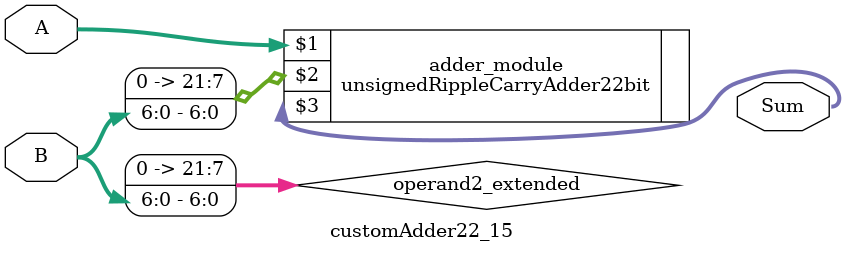
<source format=v>

module customAdder22_15(
                    input [21 : 0] A,
                    input [6 : 0] B,
                    
                    output [22 : 0] Sum
            );

    wire [21 : 0] operand2_extended;
    
    assign operand2_extended =  {15'b0, B};
    
    unsignedRippleCarryAdder22bit adder_module(
        A,
        operand2_extended,
        Sum
    );
    
endmodule
        
</source>
